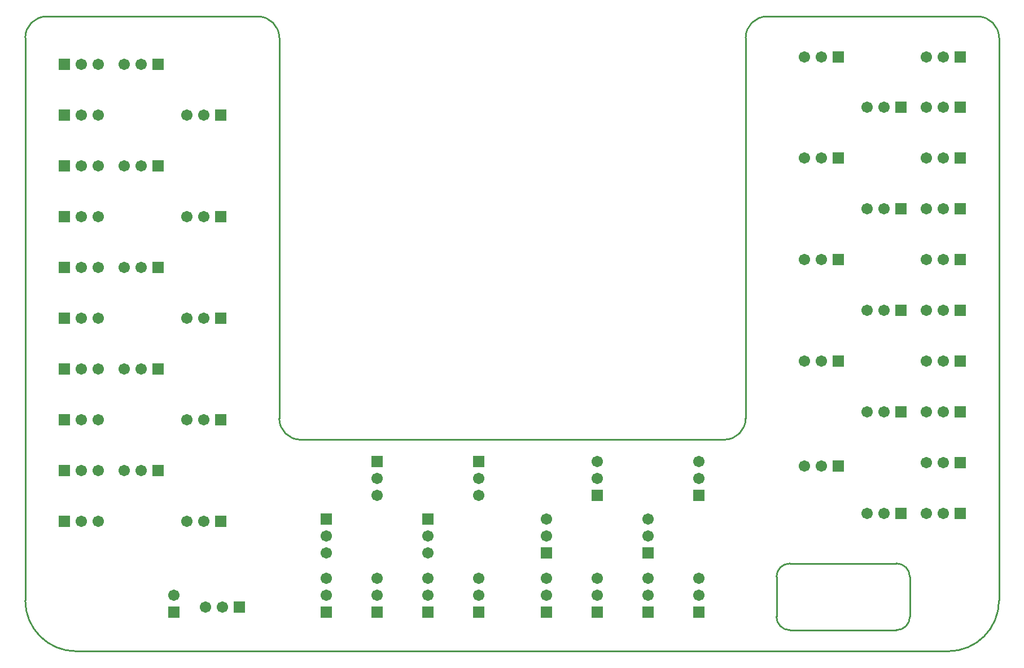
<source format=gts>
G04*
G04 #@! TF.GenerationSoftware,Altium Limited,Altium Designer,18.1.9 (240)*
G04*
G04 Layer_Color=8388736*
%FSLAX44Y44*%
%MOMM*%
G71*
G01*
G75*
%ADD10C,0.2540*%
%ADD12C,1.7032*%
%ADD13R,1.7032X1.7032*%
%ADD14R,1.7032X1.7032*%
D10*
X1112266Y952500D02*
G03*
X1080516Y920750I0J-31750D01*
G01*
X1326760Y111750D02*
G03*
X1306760Y131750I-20000J0D01*
G01*
Y31750D02*
G03*
X1326760Y51750I0J20000D01*
G01*
X1126760D02*
G03*
X1146760Y31750I20000J0D01*
G01*
Y131750D02*
G03*
X1126760Y111750I0J-20000D01*
G01*
X1460500Y920750D02*
G03*
X1428750Y952500I-31750J0D01*
G01*
X1048766Y317500D02*
G03*
X1080516Y349250I0J31750D01*
G01*
X381000D02*
G03*
X412750Y317500I31750J0D01*
G01*
X381000Y920750D02*
G03*
X349250Y952500I-31750J0D01*
G01*
X31750D02*
G03*
X0Y920750I0J-31750D01*
G01*
Y76200D02*
G03*
X76200Y0I76200J0D01*
G01*
X1384300D02*
G03*
X1460500Y76200I0J76200D01*
G01*
X76200Y0D02*
X1384300D01*
X0Y76200D02*
Y920750D01*
X31750Y952500D02*
X349250D01*
X381000Y920750D02*
X381000Y349250D01*
X412750Y317500D02*
X1048766D01*
X1080516Y349250D02*
Y920750D01*
X1112266Y952500D02*
X1428750D01*
X1460500Y76200D02*
Y920750D01*
X1146760Y131750D02*
X1306760D01*
X1326760Y51750D02*
Y111750D01*
X1146760Y31750D02*
X1306760D01*
X1126760Y51750D02*
Y111750D01*
D12*
X148590Y881126D02*
D03*
X173990D02*
D03*
X242570Y804926D02*
D03*
X267970D02*
D03*
X148590Y728726D02*
D03*
X173990D02*
D03*
X242570Y652526D02*
D03*
X267970D02*
D03*
X148590Y576326D02*
D03*
X173990D02*
D03*
X242570Y500126D02*
D03*
X267970D02*
D03*
X148590Y423926D02*
D03*
X173990D02*
D03*
X242570Y347726D02*
D03*
X267970D02*
D03*
X148590Y271526D02*
D03*
X173990D02*
D03*
X242570Y195326D02*
D03*
X267970D02*
D03*
X270510Y66040D02*
D03*
X295910D02*
D03*
X451358Y147320D02*
D03*
Y172720D02*
D03*
X527558Y233680D02*
D03*
Y259080D02*
D03*
X603758Y147320D02*
D03*
Y172720D02*
D03*
X679958Y233680D02*
D03*
Y259080D02*
D03*
X781558Y198120D02*
D03*
Y172720D02*
D03*
X857758Y284480D02*
D03*
Y259080D02*
D03*
X933958Y198120D02*
D03*
Y172720D02*
D03*
X1010158Y284480D02*
D03*
Y259080D02*
D03*
X1168400Y587756D02*
D03*
X1193800D02*
D03*
X1262380Y511556D02*
D03*
X1287780D02*
D03*
X1168400Y435356D02*
D03*
X1193800D02*
D03*
X1262380Y359156D02*
D03*
X1287780D02*
D03*
X1168400Y278130D02*
D03*
X1193800D02*
D03*
X1262380Y206756D02*
D03*
X1287780D02*
D03*
X1262380Y816356D02*
D03*
X1287780D02*
D03*
X1168400Y740156D02*
D03*
X1193800D02*
D03*
X1262380Y663956D02*
D03*
X1287780D02*
D03*
X1193800Y891540D02*
D03*
X1168400D02*
D03*
X222504Y84328D02*
D03*
X679958D02*
D03*
Y109728D02*
D03*
X603758Y84328D02*
D03*
Y109728D02*
D03*
X527558Y84328D02*
D03*
Y109728D02*
D03*
X451358Y84328D02*
D03*
Y109728D02*
D03*
X1377188Y206756D02*
D03*
X1351788D02*
D03*
X1377188Y282956D02*
D03*
X1351788D02*
D03*
X1377188Y359156D02*
D03*
X1351788D02*
D03*
X1377188Y435356D02*
D03*
X1351788D02*
D03*
X1377188Y511556D02*
D03*
X1351788D02*
D03*
X1377188Y587756D02*
D03*
X1351788D02*
D03*
X1377188Y663956D02*
D03*
X1351788D02*
D03*
X1377188Y816356D02*
D03*
X1351788D02*
D03*
X1377188Y891540D02*
D03*
X1351788D02*
D03*
X84328Y195326D02*
D03*
X109728D02*
D03*
X84328Y271526D02*
D03*
X109728D02*
D03*
X84328Y347726D02*
D03*
X109728D02*
D03*
X84328Y423926D02*
D03*
X109728D02*
D03*
X84328Y500126D02*
D03*
X109728D02*
D03*
X84328Y576326D02*
D03*
X109728D02*
D03*
X84328Y652526D02*
D03*
X109728D02*
D03*
X84328Y728726D02*
D03*
X109728D02*
D03*
X84328Y804926D02*
D03*
X109728D02*
D03*
X84328Y881126D02*
D03*
X109728D02*
D03*
X1010158Y84328D02*
D03*
Y109728D02*
D03*
X933958Y84328D02*
D03*
Y109728D02*
D03*
X857758Y84328D02*
D03*
Y109728D02*
D03*
X781558Y84328D02*
D03*
Y109728D02*
D03*
X1377188Y740156D02*
D03*
X1351788D02*
D03*
D13*
X199390Y881126D02*
D03*
X293370Y804926D02*
D03*
X199390Y728726D02*
D03*
X293370Y652526D02*
D03*
X199390Y576326D02*
D03*
X293370Y500126D02*
D03*
X199390Y423926D02*
D03*
X293370Y347726D02*
D03*
X199390Y271526D02*
D03*
X293370Y195326D02*
D03*
X321310Y66040D02*
D03*
X1219200Y587756D02*
D03*
X1313180Y511556D02*
D03*
X1219200Y435356D02*
D03*
X1313180Y359156D02*
D03*
X1219200Y278130D02*
D03*
X1313180Y206756D02*
D03*
Y816356D02*
D03*
X1219200Y740156D02*
D03*
X1313180Y663956D02*
D03*
X1219200Y891540D02*
D03*
X1402588Y206756D02*
D03*
Y282956D02*
D03*
Y359156D02*
D03*
Y435356D02*
D03*
Y511556D02*
D03*
Y587756D02*
D03*
Y663956D02*
D03*
Y816356D02*
D03*
Y891540D02*
D03*
X58928Y195326D02*
D03*
Y271526D02*
D03*
Y347726D02*
D03*
Y423926D02*
D03*
Y500126D02*
D03*
Y576326D02*
D03*
Y652526D02*
D03*
Y728726D02*
D03*
Y804926D02*
D03*
Y881126D02*
D03*
X1402588Y740156D02*
D03*
D14*
X451358Y198120D02*
D03*
X527558Y284480D02*
D03*
X603758Y198120D02*
D03*
X679958Y284480D02*
D03*
X781558Y147320D02*
D03*
X857758Y233680D02*
D03*
X933958Y147320D02*
D03*
X1010158Y233680D02*
D03*
X222504Y58928D02*
D03*
X679958D02*
D03*
X603758D02*
D03*
X527558D02*
D03*
X451358D02*
D03*
X1010158D02*
D03*
X933958D02*
D03*
X857758D02*
D03*
X781558D02*
D03*
M02*

</source>
